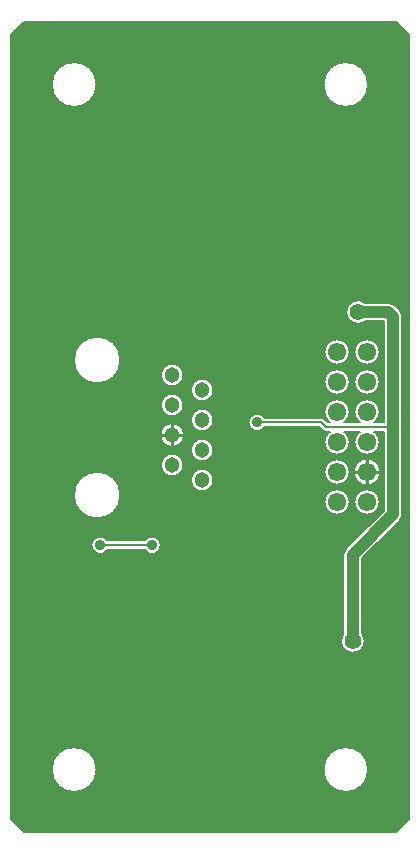
<source format=gbr>
G04 DesignSpark PCB PRO Gerber Version 10.0 Build 5299*
G04 #@! TF.Part,Single*
G04 #@! TF.FileFunction,Copper,L2,Bot*
G04 #@! TF.FilePolarity,Positive*
%FSLAX35Y35*%
%MOIN*%
%ADD11C,0.00787*%
%ADD117C,0.01000*%
G04 #@! TA.AperFunction,ViaPad*
%ADD121C,0.03543*%
G04 #@! TD.AperFunction*
%ADD18C,0.03937*%
G04 #@! TA.AperFunction,ComponentPad*
%ADD25C,0.05130*%
G04 #@! TA.AperFunction,ViaPad*
%ADD122C,0.05600*%
G04 #@! TA.AperFunction,ComponentPad*
%ADD124C,0.06102*%
G04 #@! TD.AperFunction*
X0Y0D02*
D02*
D11*
X6974Y268984D02*
Y7394D01*
X11331Y3037D01*
X135126D01*
X139482Y7394D01*
Y268984D01*
X135126Y273341D01*
X11331D01*
X6974Y268984D01*
X20472Y24016D02*
G75*
G02*
X35433I7480J0D01*
G01*
G75*
G02*
X20472I-7480J0D01*
G01*
Y252362D02*
G75*
G02*
X35433I7480J0D01*
G01*
G75*
G02*
X20472I-7480J0D01*
G01*
X27854Y115508D02*
G75*
G02*
X43406I7776J0D01*
G01*
G75*
G02*
X27854I-7776J0D01*
G01*
X51439Y100394D02*
G75*
G02*
X56890Y98819I2498J-1575D01*
G01*
G75*
G02*
X51439Y97244I-2953J0D01*
G01*
X39112D01*
G75*
G02*
X33661Y98819I-2498J1575D01*
G01*
G75*
G02*
X39112Y100394I2953J0D01*
G01*
X51439D01*
X27854Y160516D02*
G75*
G02*
X43406I7776J0D01*
G01*
G75*
G02*
X27854I-7776J0D01*
G01*
X56671Y135512D02*
G75*
G02*
X64589I3959J0D01*
G01*
G75*
G02*
X56671I-3959J0D01*
G01*
X56884Y125512D02*
G75*
G02*
X64376I3746J0D01*
G01*
G75*
G02*
X56884I-3746J0D01*
G01*
Y145512D02*
G75*
G02*
X64376I3746J0D01*
G01*
G75*
G02*
X56884I-3746J0D01*
G01*
Y155512D02*
G75*
G02*
X64376I3746J0D01*
G01*
G75*
G02*
X56884I-3746J0D01*
G01*
X66884Y120512D02*
G75*
G02*
X74376I3746J0D01*
G01*
G75*
G02*
X66884I-3746J0D01*
G01*
Y130512D02*
G75*
G02*
X74376I3746J0D01*
G01*
G75*
G02*
X66884I-3746J0D01*
G01*
Y140512D02*
G75*
G02*
X74376I3746J0D01*
G01*
G75*
G02*
X66884I-3746J0D01*
G01*
Y150512D02*
G75*
G02*
X74376I3746J0D01*
G01*
G75*
G02*
X66884I-3746J0D01*
G01*
X137402Y174941D02*
G75*
G02*
Y174940I-1327J0D01*
G01*
G75*
G02*
Y174937I-1195J-2D01*
G01*
Y109055D01*
G75*
G02*
X136476Y106825I-3150J0D01*
G01*
X124016Y94365D01*
Y69364D01*
G75*
G02*
X124847Y66929I-3150J-2435D01*
G01*
G75*
G02*
X116885I-3981J0D01*
G01*
G75*
G02*
X117717Y69364I3981J0D01*
G01*
Y95669D01*
G75*
G02*
X118642Y97899I3150J0D01*
G01*
X131102Y110360D01*
Y136614D01*
X128076D01*
G75*
G02*
X129823Y133189I-2486J-3426D01*
G01*
G75*
G02*
X121358I-4232J0D01*
G01*
G75*
G02*
X123105Y136614I4232J0D01*
G01*
X118076D01*
G75*
G02*
X119823Y133189I-2486J-3426D01*
G01*
G75*
G02*
X111358I-4232J0D01*
G01*
G75*
G02*
X113105Y136614I4232J0D01*
G01*
X111813D01*
G75*
G02*
X110698Y137076I-2J1575D01*
G01*
X109627Y138146D01*
X91474D01*
G75*
G02*
X86024Y139720I-2498J1575D01*
G01*
G75*
G02*
X91474Y141295I2953J0D01*
G01*
X110277D01*
G75*
G02*
X111393Y140834I2J-1575D01*
G01*
X112463Y139764D01*
X113105D01*
G75*
G02*
X111358Y143189I2486J3426D01*
G01*
G75*
G02*
X119823I4232J0D01*
G01*
G75*
G02*
X118076Y139764I-4232J0D01*
G01*
X123105D01*
G75*
G02*
X121358Y143189I2486J3426D01*
G01*
G75*
G02*
X129823I4232J0D01*
G01*
G75*
G02*
X128076Y139764I-4232J0D01*
G01*
X131102D01*
Y173366D01*
X125014D01*
G75*
G02*
X118598Y176516I-2435J3150D01*
G01*
G75*
G02*
X125014Y179665I3981J0D01*
G01*
X132673D01*
G75*
G02*
X134904Y178743I4J-3150D01*
G01*
X136479Y177168D01*
G75*
G02*
X137402Y174941I-2227J-2227D01*
G01*
X121358Y153189D02*
G75*
G02*
X129823I4232J0D01*
G01*
G75*
G02*
X121358I-4232J0D01*
G01*
Y163189D02*
G75*
G02*
X129823I4232J0D01*
G01*
G75*
G02*
X121358I-4232J0D01*
G01*
X121146Y123189D02*
G75*
G02*
X130035I4445J0D01*
G01*
G75*
G02*
X121146I-4445J0D01*
G01*
X121358Y113189D02*
G75*
G02*
X129823I4232J0D01*
G01*
G75*
G02*
X121358I-4232J0D01*
G01*
X111024Y24016D02*
G75*
G02*
X125984I7480J0D01*
G01*
G75*
G02*
X111024I-7480J0D01*
G01*
X111358Y113189D02*
G75*
G02*
X119823I4232J0D01*
G01*
G75*
G02*
X111358I-4232J0D01*
G01*
Y123189D02*
G75*
G02*
X119823I4232J0D01*
G01*
G75*
G02*
X111358I-4232J0D01*
G01*
X111024Y252362D02*
G75*
G02*
X125984I7480J0D01*
G01*
G75*
G02*
X111024I-7480J0D01*
G01*
X111358Y153189D02*
G75*
G02*
X119823I4232J0D01*
G01*
G75*
G02*
X111358I-4232J0D01*
G01*
Y163189D02*
G75*
G02*
X119823I4232J0D01*
G01*
G75*
G02*
X111358I-4232J0D01*
G01*
X7368Y24016D02*
G36*
X7368Y24016D02*
Y7000D01*
X10937Y3431D01*
X135519D01*
X139089Y7000D01*
Y24016D01*
X125984D01*
G75*
G02*
X111024I-7480J0D01*
G01*
X35433D01*
G75*
G02*
X20472I-7480J0D01*
G01*
X7368D01*
G37*
Y98819D02*
G36*
X7368Y98819D02*
Y24016D01*
X20472D01*
G75*
G02*
X35433I7480J0D01*
G01*
X111024D01*
G75*
G02*
X125984I7480J0D01*
G01*
X139089D01*
Y98819D01*
X128470D01*
X124016Y94365D01*
Y69364D01*
G75*
G02*
X124847Y66929I-3152J-2436D01*
G01*
G75*
G02*
X116885I-3981J0D01*
G01*
G75*
G02*
X117717Y69364I3984J-1D01*
G01*
Y95669D01*
G75*
G02*
X118642Y97899I3151J0D01*
G01*
X119561Y98819D01*
X56890D01*
G75*
G02*
X51439Y97244I-2953J0D01*
G01*
X39112D01*
G75*
G02*
X33661Y98819I-2498J1575D01*
G01*
X7368D01*
G37*
Y115508D02*
G36*
X7368Y115508D02*
Y98819D01*
X33661D01*
G75*
G02*
X39112Y100394I2953J0D01*
G01*
X51439D01*
G75*
G02*
X56890Y98819I2498J-1575D01*
G01*
X119561D01*
X131102Y110360D01*
Y115508D01*
X129131D01*
G75*
G02*
X129823Y113189I-3541J-2319D01*
G01*
G75*
G02*
X121358I-4232J0D01*
G01*
G75*
G02*
X122050Y115508I4232J0D01*
G01*
X119131D01*
G75*
G02*
X119823Y113189I-3541J-2319D01*
G01*
G75*
G02*
X111358I-4232J0D01*
G01*
G75*
G02*
X112050Y115508I4232J0D01*
G01*
X43406D01*
G75*
G02*
X27854I-7776J0D01*
G01*
X7368D01*
G37*
X136476Y106825D02*
G36*
X136476Y106825D02*
X128470Y98819D01*
X139089D01*
Y115508D01*
X137402D01*
Y109055D01*
G75*
G02*
X136476Y106825I-3151J0D01*
G01*
G37*
X7368Y120512D02*
G36*
X7368Y120512D02*
Y115508D01*
X27854D01*
G75*
G02*
X29678Y120512I7776J0D01*
G01*
X7368D01*
G37*
X41581D02*
G36*
X41581Y120512D02*
G75*
G02*
X43406Y115508I-5952J-5004D01*
G01*
X112050D01*
G75*
G02*
X119131I3541J-2319D01*
G01*
X122050D01*
G75*
G02*
X129131I3541J-2319D01*
G01*
X131102D01*
Y120512D01*
X129139D01*
G75*
G02*
X122043I-3548J2677D01*
G01*
X118869D01*
G75*
G02*
X112313I-3278J2677D01*
G01*
X74376D01*
G75*
G02*
X66884I-3746J0D01*
G01*
X41581D01*
G37*
X137402D02*
G36*
X137402Y120512D02*
Y115508D01*
X139089D01*
Y120512D01*
X137402D01*
G37*
X7368Y125512D02*
G36*
X7368Y125512D02*
Y120512D01*
X29678D01*
G75*
G02*
X41581I5952J-5004D01*
G01*
X66884D01*
G75*
G02*
X74376I3746J0D01*
G01*
X112313D01*
G75*
G02*
X111358Y123189I3278J2677D01*
G01*
G75*
G02*
X112053Y125512I4232J0D01*
G01*
X64376D01*
G75*
G02*
X56884I-3746J0D01*
G01*
X7368D01*
G37*
X119823Y123189D02*
G36*
X119823Y123189D02*
G75*
G02*
X118869Y120512I-4232J0D01*
G01*
X122043D01*
G75*
G02*
X121146Y123189I3548J2678D01*
G01*
G75*
G02*
X121801Y125512I4445J0D01*
G01*
X119128D01*
G75*
G02*
X119823Y123189I-3538J-2323D01*
G01*
G37*
X130035D02*
G36*
X130035Y123189D02*
G75*
G02*
X129139Y120512I-4445J0D01*
G01*
X131102D01*
Y125512D01*
X129380D01*
G75*
G02*
X130035Y123189I-3790J-2323D01*
G01*
G37*
X137402Y125512D02*
G36*
X137402Y125512D02*
Y120512D01*
X139089D01*
Y125512D01*
X137402D01*
G37*
X7368Y130512D02*
G36*
X7368Y130512D02*
Y125512D01*
X56884D01*
G75*
G02*
X64376I3746J0D01*
G01*
X112053D01*
G75*
G02*
X119128I3538J-2323D01*
G01*
X121801D01*
G75*
G02*
X129380I3790J-2323D01*
G01*
X131102D01*
Y130512D01*
X128869D01*
G75*
G02*
X122313I-3278J2677D01*
G01*
X118869D01*
G75*
G02*
X112313I-3278J2677D01*
G01*
X74376D01*
G75*
G02*
X66884I-3746J0D01*
G01*
X7368D01*
G37*
X137402D02*
G36*
X137402Y130512D02*
Y125512D01*
X139089D01*
Y130512D01*
X137402D01*
G37*
X7368Y135512D02*
G36*
X7368Y135512D02*
Y130512D01*
X66884D01*
G75*
G02*
X74376I3746J0D01*
G01*
X112313D01*
G75*
G02*
X111358Y133189I3278J2677D01*
G01*
G75*
G02*
X112053Y135512I4232J0D01*
G01*
X64589D01*
G75*
G02*
X56671I-3959J0D01*
G01*
X7368D01*
G37*
X119823Y133189D02*
G36*
X119823Y133189D02*
G75*
G02*
X118869Y130512I-4232J0D01*
G01*
X122313D01*
G75*
G02*
X121358Y133189I3278J2677D01*
G01*
G75*
G02*
X122053Y135512I4232J0D01*
G01*
X119128D01*
G75*
G02*
X119823Y133189I-3538J-2323D01*
G01*
G37*
X129823D02*
G36*
X129823Y133189D02*
G75*
G02*
X128869Y130512I-4232J0D01*
G01*
X131102D01*
Y135512D01*
X129128D01*
G75*
G02*
X129823Y133189I-3538J-2323D01*
G01*
G37*
X137402Y135512D02*
G36*
X137402Y135512D02*
Y130512D01*
X139089D01*
Y135512D01*
X137402D01*
G37*
X7368Y140512D02*
G36*
X7368Y140512D02*
Y135512D01*
X56671D01*
G75*
G02*
X64589I3959J0D01*
G01*
X112053D01*
G75*
G02*
X113105Y136614I3537J-2322D01*
G01*
X111813D01*
G75*
G02*
X110698Y137076I-2J1576D01*
G01*
X109627Y138146D01*
X91474D01*
G75*
G02*
X86024Y139720I-2498J1575D01*
G01*
G75*
G02*
X86131Y140512I2953J0D01*
G01*
X74376D01*
G75*
G02*
X66884I-3746J0D01*
G01*
X7368D01*
G37*
X112313D02*
G36*
X112313Y140512D02*
X111715D01*
X112463Y139764D01*
X113105D01*
G75*
G02*
X112313Y140512I2485J3426D01*
G01*
G37*
X118869D02*
G36*
X118869Y140512D02*
G75*
G02*
X118076Y139764I-3278J2678D01*
G01*
X123105D01*
G75*
G02*
X122313Y140512I2485J3426D01*
G01*
X118869D01*
G37*
X118076Y136614D02*
G36*
X118076Y136614D02*
G75*
G02*
X119128Y135512I-2485J-3425D01*
G01*
X122053D01*
G75*
G02*
X123105Y136614I3537J-2322D01*
G01*
X118076D01*
G37*
X128869Y140512D02*
G36*
X128869Y140512D02*
G75*
G02*
X128076Y139764I-3278J2678D01*
G01*
X131102D01*
Y140512D01*
X128869D01*
G37*
X128076Y136614D02*
G36*
X128076Y136614D02*
G75*
G02*
X129128Y135512I-2485J-3425D01*
G01*
X131102D01*
Y136614D01*
X128076D01*
G37*
X137402Y140512D02*
G36*
X137402Y140512D02*
Y135512D01*
X139089D01*
Y140512D01*
X137402D01*
G37*
X7368Y145512D02*
G36*
X7368Y145512D02*
Y140512D01*
X66884D01*
G75*
G02*
X74376I3746J0D01*
G01*
X86131D01*
G75*
G02*
X91474Y141295I2845J-791D01*
G01*
X110277D01*
G75*
G02*
X111393Y140834I2J-1576D01*
G01*
X111715Y140512D01*
X112313D01*
G75*
G02*
X111358Y143189I3278J2677D01*
G01*
G75*
G02*
X112053Y145512I4232J0D01*
G01*
X64376D01*
G75*
G02*
X56884I-3746J0D01*
G01*
X7368D01*
G37*
X119128D02*
G36*
X119128Y145512D02*
G75*
G02*
X119823Y143189I-3538J-2323D01*
G01*
G75*
G02*
X118869Y140512I-4232J0D01*
G01*
X122313D01*
G75*
G02*
X121358Y143189I3278J2677D01*
G01*
G75*
G02*
X122053Y145512I4232J0D01*
G01*
X119128D01*
G37*
X129128D02*
G36*
X129128Y145512D02*
G75*
G02*
X129823Y143189I-3538J-2323D01*
G01*
G75*
G02*
X128869Y140512I-4232J0D01*
G01*
X131102D01*
Y145512D01*
X129128D01*
G37*
X137402D02*
G36*
X137402Y145512D02*
Y140512D01*
X139089D01*
Y145512D01*
X137402D01*
G37*
X7368Y150512D02*
G36*
X7368Y150512D02*
Y145512D01*
X56884D01*
G75*
G02*
X64376I3746J0D01*
G01*
X112053D01*
G75*
G02*
X119128I3538J-2323D01*
G01*
X122053D01*
G75*
G02*
X129128I3538J-2323D01*
G01*
X131102D01*
Y150512D01*
X128869D01*
G75*
G02*
X122313I-3278J2677D01*
G01*
X118869D01*
G75*
G02*
X112313I-3278J2677D01*
G01*
X74376D01*
G75*
G02*
X66884I-3746J0D01*
G01*
X7368D01*
G37*
X137402D02*
G36*
X137402Y150512D02*
Y145512D01*
X139089D01*
Y150512D01*
X137402D01*
G37*
X7368Y155512D02*
G36*
X7368Y155512D02*
Y150512D01*
X66884D01*
G75*
G02*
X74376I3746J0D01*
G01*
X112313D01*
G75*
G02*
X111358Y153189I3278J2677D01*
G01*
G75*
G02*
X112053Y155512I4232J0D01*
G01*
X64376D01*
G75*
G02*
X56884I-3746J0D01*
G01*
X41581D01*
G75*
G02*
X29678I-5952J5004D01*
G01*
X7368D01*
G37*
X119823Y153189D02*
G36*
X119823Y153189D02*
G75*
G02*
X118869Y150512I-4232J0D01*
G01*
X122313D01*
G75*
G02*
X121358Y153189I3278J2677D01*
G01*
G75*
G02*
X122053Y155512I4232J0D01*
G01*
X119128D01*
G75*
G02*
X119823Y153189I-3538J-2323D01*
G01*
G37*
X129823D02*
G36*
X129823Y153189D02*
G75*
G02*
X128869Y150512I-4232J0D01*
G01*
X131102D01*
Y155512D01*
X129128D01*
G75*
G02*
X129823Y153189I-3538J-2323D01*
G01*
G37*
X137402Y155512D02*
G36*
X137402Y155512D02*
Y150512D01*
X139089D01*
Y155512D01*
X137402D01*
G37*
X7368Y160516D02*
G36*
X7368Y160516D02*
Y155512D01*
X29678D01*
G75*
G02*
X27854Y160516I5952J5004D01*
G01*
X7368D01*
G37*
X43406D02*
G36*
X43406Y160516D02*
G75*
G02*
X41581Y155512I-7776J0D01*
G01*
X56884D01*
G75*
G02*
X64376I3746J0D01*
G01*
X112053D01*
G75*
G02*
X119128I3538J-2323D01*
G01*
X122053D01*
G75*
G02*
X129128I3538J-2323D01*
G01*
X131102D01*
Y160516D01*
X128872D01*
G75*
G02*
X122309I-3281J2673D01*
G01*
X118872D01*
G75*
G02*
X112309I-3281J2673D01*
G01*
X43406D01*
G37*
X137402D02*
G36*
X137402Y160516D02*
Y155512D01*
X139089D01*
Y160516D01*
X137402D01*
G37*
X7368Y252362D02*
G36*
X7368Y252362D02*
Y160516D01*
X27854D01*
G75*
G02*
X43406I7776J0D01*
G01*
X112309D01*
G75*
G02*
X111358Y163189I3281J2673D01*
G01*
G75*
G02*
X119823I4232J0D01*
G01*
G75*
G02*
X118872Y160516I-4232J0D01*
G01*
X122309D01*
G75*
G02*
X121358Y163189I3281J2673D01*
G01*
G75*
G02*
X129823I4232J0D01*
G01*
G75*
G02*
X128872Y160516I-4232J0D01*
G01*
X131102D01*
Y173366D01*
X125014D01*
G75*
G02*
X118598Y176516I-2435J3150D01*
G01*
G75*
G02*
X125014Y179665I3981J0D01*
G01*
X132673D01*
G75*
G02*
X134904Y178743I4J-3152D01*
G01*
X136479Y177168D01*
G75*
G02*
X137402Y174941I-2227J-2227D01*
G01*
Y174941D01*
Y174940D01*
Y174937D01*
Y160516D01*
X139089D01*
Y252362D01*
X125984D01*
G75*
G02*
X111024I-7480J0D01*
G01*
X35433D01*
G75*
G02*
X20472I-7480J0D01*
G01*
X7368D01*
G37*
Y269378D02*
G36*
X7368Y269378D02*
Y252362D01*
X20472D01*
G75*
G02*
X35433I7480J0D01*
G01*
X111024D01*
G75*
G02*
X125984I7480J0D01*
G01*
X139089D01*
Y269378D01*
X135519Y272947D01*
X10937D01*
X7368Y269378D01*
G37*
X36614Y98819D02*
X53937D01*
X88976Y139720D02*
X110280D01*
X111811Y138189D01*
X134252D01*
D02*
D18*
Y109055D01*
X120866Y95669D01*
Y66929D01*
X134252Y138189D02*
Y174941D01*
X132677Y176516D01*
X122579D01*
D02*
D25*
X60630Y125512D03*
Y135512D03*
Y145512D03*
Y155512D03*
X70630Y120512D03*
Y130512D03*
Y140512D03*
Y150512D03*
D02*
D117*
X58565Y135512D02*
X56565D01*
X60630Y133447D02*
Y131447D01*
Y137577D02*
Y139577D01*
X62695Y135512D02*
X64695D01*
X123039Y123189D02*
X121039D01*
X125591Y120638D02*
Y118638D01*
Y125740D02*
Y127740D01*
X128142Y123189D02*
X130142D01*
D02*
D121*
X18110Y42913D03*
Y68898D03*
Y94882D03*
Y120866D03*
X21654Y181102D03*
X33071Y67323D03*
Y73228D03*
X33465Y16142D03*
X35827Y176772D03*
X36614Y98819D03*
X39370Y137008D03*
X39764Y188189D03*
Y210630D03*
X45276Y103937D03*
X49213Y135039D03*
X53150Y69291D03*
X53937Y98819D03*
X59449Y16142D03*
X59843Y61811D03*
X60236Y250394D03*
X65354Y175197D03*
X77165Y98819D03*
X81890Y211811D03*
X85433Y16142D03*
Y229921D03*
Y244488D03*
X88976Y139720D03*
X91732Y172047D03*
X94488Y101575D03*
X96063Y164961D03*
X96850Y151575D03*
X99606Y172047D03*
X102756Y52362D03*
X104331Y265354D03*
X110236Y96063D03*
X111417Y16142D03*
X131102Y37795D03*
X133465Y228346D03*
D02*
D122*
X120866Y66929D03*
X122579Y176516D03*
D02*
D124*
X115591Y113189D03*
Y123189D03*
Y133189D03*
Y143189D03*
Y153189D03*
Y163189D03*
X125591Y113189D03*
Y123189D03*
Y133189D03*
Y143189D03*
Y153189D03*
Y163189D03*
X0Y0D02*
M02*

</source>
